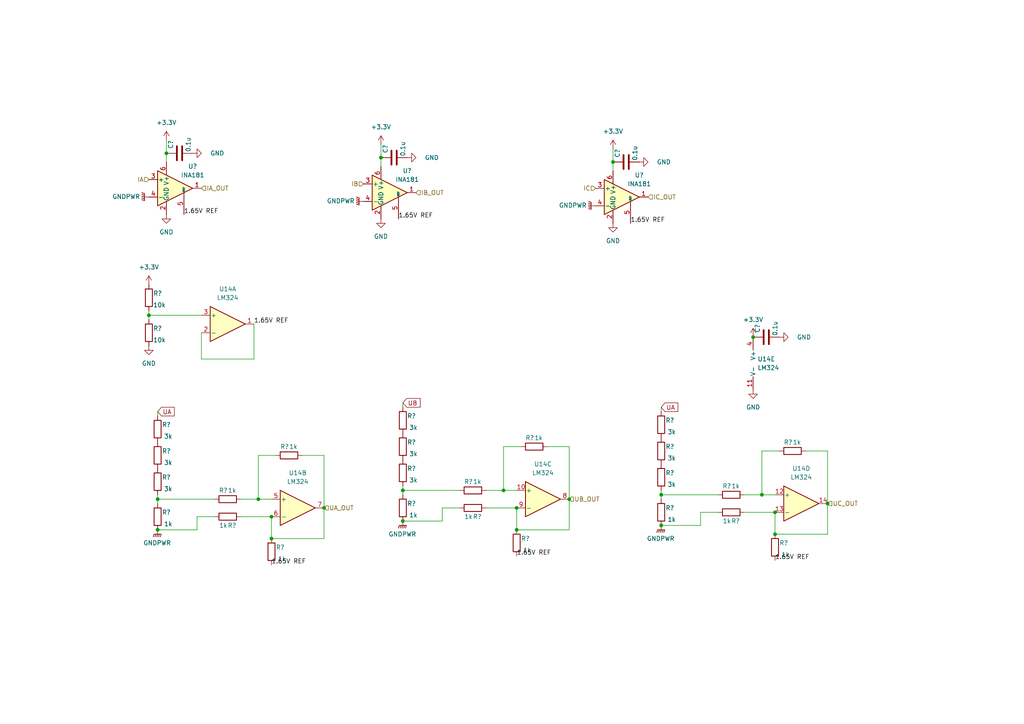
<source format=kicad_sch>
(kicad_sch (version 20230121) (generator eeschema)
  (paper "A4")
  (lib_symbols
    (symbol "Amplifier_Current:INA181" (pin_names (offset 0.127))
      (property "Reference" "U" (at 3.81 3.81 0))
      (property "Value" "INA181" (at 3.81 -2.54 0))
      (symbol "INA181_0_1"
        (polyline (pts (xy 5.08 0) (xy -5.08 5.08) (xy -5.08 -5.08) (xy 5.08 0)) (stroke (width 0.254)) (fill (type background)))
      )
      (symbol "INA181_1_1"
        (pin output line (at 7.62 0 180) (length 2.54) (name "~") (number "1"))
        (pin power_in line (at -2.54 -7.62 90) (length 3.81) (name "GND") (number "2"))
        (pin input line (at -7.62 2.54 0) (length 2.54) (name "+") (number "3"))
        (pin input line (at -7.62 -2.54 0) (length 2.54) (name "-") (number "4"))
        (pin input line (at 2.54 -7.62 90) (length 6.35) (name "REF") (number "5"))
        (pin power_in line (at -2.54 7.62 270) (length 3.81) (name "V+") (number "6"))
      )
    )
    (symbol "Amplifier_Operational:LM324" (pin_names (offset 0.127))
      (property "Reference" "U" (at 0 5.08 0))
      (property "Value" "LM324" (at 0 -5.08 0))
      (symbol "LM324_1_1"
        (polyline (pts (xy -5.08 5.08) (xy 5.08 0) (xy -5.08 -5.08) (xy -5.08 5.08)) (stroke (width 0.254)) (fill (type background)))
        (pin output line (at 7.62 0 180) (length 2.54) (name "~") (number "1"))
        (pin input line (at -7.62 -2.54 0) (length 2.54) (name "-") (number "2"))
        (pin input line (at -7.62 2.54 0) (length 2.54) (name "+") (number "3"))
      )
      (symbol "LM324_2_1"
        (polyline (pts (xy -5.08 5.08) (xy 5.08 0) (xy -5.08 -5.08) (xy -5.08 5.08)) (stroke (width 0.254)) (fill (type background)))
        (pin input line (at -7.62 2.54 0) (length 2.54) (name "+") (number "5"))
        (pin input line (at -7.62 -2.54 0) (length 2.54) (name "-") (number "6"))
        (pin output line (at 7.62 0 180) (length 2.54) (name "~") (number "7"))
      )
      (symbol "LM324_3_1"
        (polyline (pts (xy -5.08 5.08) (xy 5.08 0) (xy -5.08 -5.08) (xy -5.08 5.08)) (stroke (width 0.254)) (fill (type background)))
        (pin input line (at -7.62 2.54 0) (length 2.54) (name "+") (number "10"))
        (pin output line (at 7.62 0 180) (length 2.54) (name "~") (number "8"))
        (pin input line (at -7.62 -2.54 0) (length 2.54) (name "-") (number "9"))
      )
      (symbol "LM324_4_1"
        (polyline (pts (xy -5.08 5.08) (xy 5.08 0) (xy -5.08 -5.08) (xy -5.08 5.08)) (stroke (width 0.254)) (fill (type background)))
        (pin input line (at -7.62 2.54 0) (length 2.54) (name "+") (number "12"))
        (pin input line (at -7.62 -2.54 0) (length 2.54) (name "-") (number "13"))
        (pin output line (at 7.62 0 180) (length 2.54) (name "~") (number "14"))
      )
      (symbol "LM324_5_1"
        (pin power_in line (at -2.54 -7.62 90) (length 3.81) (name "V-") (number "11"))
        (pin power_in line (at -2.54 7.62 270) (length 3.81) (name "V+") (number "4"))
      )
    )
    (symbol "Device:C" (pin_numbers hide) (pin_names (offset 0.254))
      (property "Reference" "C" (at 0.635 2.54 0))
      (property "Value" "C" (at 0.635 -2.54 0))
      (symbol "C_0_1"
        (polyline (pts (xy -2.032 -0.762) (xy 2.032 -0.762)) (stroke (width 0.508)))
        (polyline (pts (xy -2.032 0.762) (xy 2.032 0.762)) (stroke (width 0.508)))
      )
      (symbol "C_1_1"
        (pin passive line (at 0 3.81 270) (length 2.794) (name "~") (number "1"))
        (pin passive line (at 0 -3.81 90) (length 2.794) (name "~") (number "2"))
      )
    )
    (symbol "Device:R" (pin_numbers hide) (pin_names (offset 0))
      (property "Reference" "R" (at 2.032 0 90))
      (property "Value" "R" (at 0 0 90))
      (symbol "R_0_1"
        (rectangle (start -1.016 -2.54) (end 1.016 2.54) (stroke (width 0.254)))
      )
      (symbol "R_1_1"
        (pin passive line (at 0 3.81 270) (length 1.27) (name "~") (number "1"))
        (pin passive line (at 0 -3.81 90) (length 1.27) (name "~") (number "2"))
      )
    )
    (symbol "power:+3.3V" (power) (pin_names (offset 0))
      (property "Value" "+3.3V" (at 0 3.556 0))
      (symbol "+3.3V_0_1"
        (polyline (pts (xy -0.762 1.27) (xy 0 2.54)))
        (polyline (pts (xy 0 0) (xy 0 2.54)))
        (polyline (pts (xy 0 2.54) (xy 0.762 1.27)))
      )
      (symbol "+3.3V_1_1"
        (pin power_in line (at 0 0 90) (length 0) hide (name "+3.3V") (number "1"))
      )
    )
    (symbol "power:GND" (power) (pin_names (offset 0))
      (property "Value" "GND" (at 0 -3.81 0))
      (symbol "GND_0_1"
        (polyline (pts (xy 0 0) (xy 0 -1.27) (xy 1.27 -1.27) (xy 0 -2.54) (xy -1.27 -1.27) (xy 0 -1.27)))
      )
      (symbol "GND_1_1"
        (pin power_in line (at 0 0 270) (length 0) hide (name "GND") (number "1"))
      )
    )
    (symbol "power:GNDPWR" (power) (pin_names (offset 0))
      (property "Value" "GNDPWR" (at 0 -3.302 0))
      (symbol "GNDPWR_0_1"
        (polyline (pts (xy 0 -1.27) (xy 0 0)))
        (polyline (pts (xy -1.016 -1.27) (xy -1.27 -2.032) (xy -1.27 -2.032)) (stroke (width 0.2032)))
        (polyline (pts (xy -0.508 -1.27) (xy -0.762 -2.032) (xy -0.762 -2.032)) (stroke (width 0.2032)))
        (polyline (pts (xy 0 -1.27) (xy -0.254 -2.032) (xy -0.254 -2.032)) (stroke (width 0.2032)))
        (polyline (pts (xy 0.508 -1.27) (xy 0.254 -2.032) (xy 0.254 -2.032)) (stroke (width 0.2032)))
        (polyline (pts (xy 1.016 -1.27) (xy -1.016 -1.27) (xy -1.016 -1.27)) (stroke (width 0.2032)))
        (polyline (pts (xy 1.016 -1.27) (xy 0.762 -2.032) (xy 0.762 -2.032) (xy 0.762 -2.032)) (stroke (width 0.2032)))
      )
      (symbol "GNDPWR_1_1"
        (pin power_in line (at 0 0 270) (length 0) hide (name "GNDPWR") (number "1"))
      )
    )
  )
  (junction (at 110.49 45.72))
  (junction (at 224.79 154.94))
  (junction (at 43.18 91.44))
  (junction (at 116.84 151.13))
  (junction (at 146.05 142.24))
  (junction (at 93.98 147.32))
  (junction (at 149.86 153.67))
  (junction (at 149.86 147.32))
  (junction (at 191.77 143.51))
  (junction (at 240.03 146.05))
  (junction (at 224.79 148.59))
  (junction (at 218.44 97.79))
  (junction (at 220.98 143.51))
  (junction (at 78.74 149.86))
  (junction (at 45.72 153.67))
  (junction (at 116.84 142.24))
  (junction (at 78.74 156.21))
  (junction (at 48.26 44.45))
  (junction (at 177.8 46.99))
  (junction (at 165.1 144.78))
  (junction (at 45.72 144.78))
  (junction (at 74.93 144.78))
  (junction (at 191.77 152.4))
  (wire (pts (xy 191.77 143.51) (xy 191.77 144.78)))
  (wire (pts (xy 133.35 147.32) (xy 128.27 147.32)))
  (wire (pts (xy 48.26 44.45) (xy 48.26 46.99)))
  (wire (pts (xy 73.66 104.14) (xy 73.66 93.98)))
  (wire (pts (xy 93.98 156.21) (xy 93.98 147.32)))
  (wire (pts (xy 110.49 41.91) (xy 110.49 45.72)))
  (wire (pts (xy 140.97 147.32) (xy 149.86 147.32)))
  (wire (pts (xy 45.72 144.78) (xy 45.72 146.05)))
  (wire (pts (xy 45.72 119.38) (xy 45.72 120.65)))
  (wire (pts (xy 233.68 130.81) (xy 240.03 130.81)))
  (wire (pts (xy 78.74 149.86) (xy 78.74 156.21)))
  (wire (pts (xy 208.28 148.59) (xy 203.2 148.59)))
  (wire (pts (xy 128.27 151.13) (xy 116.84 151.13)))
  (wire (pts (xy 158.75 129.54) (xy 165.1 129.54)))
  (wire (pts (xy 224.79 154.94) (xy 240.03 154.94)))
  (wire (pts (xy 240.03 130.81) (xy 240.03 146.05)))
  (wire (pts (xy 116.84 116.84) (xy 116.84 118.11)))
  (wire (pts (xy 215.9 148.59) (xy 224.79 148.59)))
  (wire (pts (xy 165.1 129.54) (xy 165.1 144.78)))
  (wire (pts (xy 116.84 142.24) (xy 116.84 143.51)))
  (wire (pts (xy 74.93 132.08) (xy 74.93 144.78)))
  (wire (pts (xy 43.18 91.44) (xy 43.18 92.71)))
  (wire (pts (xy 58.42 104.14) (xy 73.66 104.14)))
  (wire (pts (xy 191.77 118.11) (xy 191.77 119.38)))
  (wire (pts (xy 45.72 143.51) (xy 45.72 144.78)))
  (wire (pts (xy 220.98 130.81) (xy 220.98 143.51)))
  (wire (pts (xy 62.23 149.86) (xy 57.15 149.86)))
  (wire (pts (xy 149.86 147.32) (xy 149.86 153.67)))
  (wire (pts (xy 57.15 149.86) (xy 57.15 153.67)))
  (wire (pts (xy 203.2 152.4) (xy 191.77 152.4)))
  (wire (pts (xy 128.27 147.32) (xy 128.27 151.13)))
  (wire (pts (xy 151.13 129.54) (xy 146.05 129.54)))
  (wire (pts (xy 48.26 40.64) (xy 48.26 44.45)))
  (wire (pts (xy 165.1 144.78) (xy 165.1 153.67)))
  (wire (pts (xy 43.18 91.44) (xy 58.42 91.44)))
  (wire (pts (xy 45.72 144.78) (xy 62.23 144.78)))
  (wire (pts (xy 149.86 153.67) (xy 165.1 153.67)))
  (wire (pts (xy 191.77 142.24) (xy 191.77 143.51)))
  (wire (pts (xy 240.03 146.05) (xy 240.03 154.94)))
  (wire (pts (xy 116.84 140.97) (xy 116.84 142.24)))
  (wire (pts (xy 177.8 43.18) (xy 177.8 46.99)))
  (wire (pts (xy 203.2 148.59) (xy 203.2 152.4)))
  (wire (pts (xy 224.79 148.59) (xy 224.79 154.94)))
  (wire (pts (xy 69.85 149.86) (xy 78.74 149.86)))
  (wire (pts (xy 80.01 132.08) (xy 74.93 132.08)))
  (wire (pts (xy 140.97 142.24) (xy 146.05 142.24)))
  (wire (pts (xy 146.05 129.54) (xy 146.05 142.24)))
  (wire (pts (xy 87.63 132.08) (xy 93.98 132.08)))
  (wire (pts (xy 191.77 143.51) (xy 208.28 143.51)))
  (wire (pts (xy 78.74 156.21) (xy 93.98 156.21)))
  (wire (pts (xy 57.15 153.67) (xy 45.72 153.67)))
  (wire (pts (xy 177.8 46.99) (xy 177.8 49.53)))
  (wire (pts (xy 93.98 132.08) (xy 93.98 147.32)))
  (wire (pts (xy 74.93 144.78) (xy 78.74 144.78)))
  (wire (pts (xy 215.9 143.51) (xy 220.98 143.51)))
  (wire (pts (xy 226.06 130.81) (xy 220.98 130.81)))
  (wire (pts (xy 58.42 96.52) (xy 58.42 104.14)))
  (wire (pts (xy 116.84 142.24) (xy 133.35 142.24)))
  (wire (pts (xy 69.85 144.78) (xy 74.93 144.78)))
  (wire (pts (xy 220.98 143.51) (xy 224.79 143.51)))
  (wire (pts (xy 110.49 45.72) (xy 110.49 48.26)))
  (wire (pts (xy 146.05 142.24) (xy 149.86 142.24)))
  (wire (pts (xy 43.18 90.17) (xy 43.18 91.44)))
  (label "1.65V REF" (at 53.34 62.23 0))
  (label "1.65V REF" (at 224.79 162.56 0))
  (label "1.65V REF" (at 73.66 93.98 0))
  (label "1.65V REF" (at 78.74 163.83 0))
  (label "1.65V REF" (at 149.86 161.29 0))
  (label "1.65V REF" (at 115.57 63.5 0))
  (label "1.65V REF" (at 182.88 64.77 0))
  (global_label "UB" (shape input) (at 116.84 116.84 0) (property "Intersheetrefs" "${INTERSHEET_REFS}" (effects hide)))
  (global_label "UA" (shape input) (at 45.72 119.38 0) (property "Intersheetrefs" "${INTERSHEET_REFS}" (effects hide)))
  (global_label "UA" (shape input) (at 191.77 118.11 0) (property "Intersheetrefs" "${INTERSHEET_REFS}" (effects hide)))
  (hierarchical_label "UA_OUT" (shape input) (at 93.98 147.32 0))
  (hierarchical_label "UC_OUT" (shape input) (at 240.03 146.05 0))
  (hierarchical_label "IB" (shape input) (at 105.41 53.34 180))
  (hierarchical_label "IA_OUT" (shape input) (at 58.42 54.61 0))
  (hierarchical_label "IB_OUT" (shape input) (at 120.65 55.88 0))
  (hierarchical_label "UB_OUT" (shape input) (at 165.1 144.78 0))
  (hierarchical_label "IC_OUT" (shape input) (at 187.96 57.15 0))
  (hierarchical_label "IA" (shape input) (at 43.18 52.07 180))
  (hierarchical_label "IC" (shape input) (at 172.72 54.61 180))
  (symbol (lib_id "Device:R") (at 191.77 130.81 0) (unit 1)
    (property "Reference" "R?" (at 194.31 129.54 0))
    (property "Value" "3k" (at 194.8306 132.9092 0))
    (property "Footprint" "Resistor_SMD:R_0603_1608Metric" (effects hide))
    (instances (project "Inverter" (path "" (reference "R?") (unit 1)) (path "" (reference "R29") (unit 1))))
  )
  (symbol (lib_id "Device:R") (at 83.82 132.08 90) (unit 1)
    (property "Reference" "R?" (at 82.55 129.54 90))
    (property "Value" "1k" (at 85.09 129.54 90))
    (property "Footprint" "Resistor_SMD:R_0603_1608Metric" (effects hide))
    (instances (project "Inverter" (path "" (reference "R?") (unit 1)) (path "" (reference "R32") (unit 1))))
  )
  (symbol (lib_id "Amplifier_Operational:LM324") (at 66.04 93.98 0) (unit 1)
    (property "Reference" "U14" (at 66.04 83.82 0))
    (property "Value" "LM324" (at 66.04 86.36 0))
    (property "Footprint" "Package_SO:SOIC-14_3.9x8.7mm_P1.27mm" (effects hide))
    (property "Datasheet" "http://www.ti.com/lit/ds/symlink/lm2902-n.pdf" (effects hide))
  )
  (symbol (lib_id "power:GND") (at 43.18 100.33 0) (unit 1)
    (property "Reference" "#PWR037" (effects hide))
    (property "Value" "GND" (at 43.18 105.41 0))
    (instances (project "Inverter" (path "" (reference "#PWR037") (unit 1)) (path "" (reference "#PWR056") (unit 1))))
  )
  (symbol (lib_id "Amplifier_Operational:LM324") (at 157.48 144.78 0) (unit 3)
    (property "Reference" "U14" (at 157.48 134.62 0))
    (property "Value" "LM324" (at 157.48 137.16 0))
    (property "Footprint" "Package_SO:SOIC-14_3.9x8.7mm_P1.27mm" (effects hide))
    (property "Datasheet" "http://www.ti.com/lit/ds/symlink/lm2902-n.pdf" (effects hide))
  )
  (symbol (lib_id "Device:R") (at 229.87 130.81 90) (unit 1)
    (property "Reference" "R?" (at 228.6 128.27 90))
    (property "Value" "1k" (at 231.14 128.27 90))
    (property "Footprint" "Resistor_SMD:R_0603_1608Metric" (effects hide))
    (instances (project "Inverter" (path "" (reference "R?") (unit 1)) (path "" (reference "R30") (unit 1))))
  )
  (symbol (lib_id "power:GNDPWR") (at 172.72 59.69 270) (unit 1)
    (property "Reference" "#PWR044" (effects hide))
    (property "Value" "GNDPWR" (at 170.18 59.563 90) (effects (justify right)))
    (instances (project "Inverter" (path "" (reference "#PWR044") (unit 1)) (path "" (reference "#PWR049") (unit 1))))
  )
  (symbol (lib_id "Device:R") (at 212.09 143.51 90) (unit 1)
    (property "Reference" "R?" (at 210.82 140.97 90))
    (property "Value" "1k" (at 213.36 140.97 90))
    (property "Footprint" "Resistor_SMD:R_0603_1608Metric" (effects hide))
    (instances (project "Inverter" (path "" (reference "R?") (unit 1)) (path "" (reference "R37") (unit 1))))
  )
  (symbol (lib_id "Device:R") (at 212.09 148.59 270) (unit 1)
    (property "Reference" "R?" (at 213.36 151.13 90))
    (property "Value" "1k" (at 210.82 151.13 90))
    (property "Footprint" "Resistor_SMD:R_0603_1608Metric" (effects hide))
    (instances (project "Inverter" (path "" (reference "R?") (unit 1)) (path "" (reference "R42") (unit 1))))
  )
  (symbol (lib_id "power:GND") (at 226.06 97.79 90) (unit 1)
    (property "Reference" "#PWR043" (effects hide))
    (property "Value" "GND" (at 231.14 97.79 90) (effects (justify right)))
    (instances (project "Inverter" (path "" (reference "#PWR043") (unit 1)) (path "" (reference "#PWR055") (unit 1))))
  )
  (symbol (lib_id "Device:R") (at 137.16 142.24 90) (unit 1)
    (property "Reference" "R?" (at 135.89 139.7 90))
    (property "Value" "1k" (at 138.43 139.7 90))
    (property "Footprint" "Resistor_SMD:R_0603_1608Metric" (effects hide))
    (instances (project "Inverter" (path "" (reference "R?") (unit 1)) (path "" (reference "R36") (unit 1))))
  )
  (symbol (lib_id "Device:R") (at 116.84 137.16 0) (unit 1)
    (property "Reference" "R?" (at 119.38 135.89 0))
    (property "Value" "3k" (at 119.9006 139.2592 0))
    (property "Footprint" "Resistor_SMD:R_0603_1608Metric" (effects hide))
    (instances (project "Inverter" (path "" (reference "R?") (unit 1)) (path "" (reference "R33") (unit 1))))
  )
  (symbol (lib_id "Device:R") (at 43.18 96.52 0) (unit 1)
    (property "Reference" "R?" (at 45.72 95.25 0))
    (property "Value" "10k" (at 46.2406 98.6192 0))
    (property "Footprint" "Resistor_SMD:R_0603_1608Metric" (effects hide))
    (instances (project "Inverter" (path "" (reference "R?") (unit 1)) (path "" (reference "R23") (unit 1))))
  )
  (symbol (lib_id "power:GNDPWR") (at 45.72 153.67 0) (unit 1)
    (property "Reference" "#PWR044" (effects hide))
    (property "Value" "GNDPWR" (at 45.593 157.48 0))
    (instances (project "Inverter" (path "" (reference "#PWR044") (unit 1)) (path "" (reference "#PWR060") (unit 1))))
  )
  (symbol (lib_id "Device:C") (at 52.07 44.45 270) (unit 1)
    (property "Reference" "C?" (at 49.53 41.91 0))
    (property "Value" "0.1u" (at 54.61 41.91 0))
    (property "Footprint" "Capacitor_SMD:C_0603_1608Metric" (effects hide))
    (instances (project "Inverter" (path "" (reference "C?") (unit 1)) (path "" (reference "C32") (unit 1))))
  )
  (symbol (lib_id "Amplifier_Current:INA181") (at 50.8 54.61 0) (unit 1)
    (property "Reference" "U?" (at 55.88 48.26 0))
    (property "Value" "INA181" (at 55.88 50.8 0))
    (property "Footprint" "Package_TO_SOT_SMD:SOT-23-6" (effects hide))
    (property "Datasheet" "http://www.ti.com/lit/ds/symlink/ina181.pdf" (effects hide))
    (instances (project "Inverter" (path "" (reference "U?") (unit 1)) (path "" (reference "U11") (unit 1))))
  )
  (symbol (lib_id "power:GNDPWR") (at 105.41 58.42 270) (unit 1)
    (property "Reference" "#PWR040" (effects hide))
    (property "Value" "GNDPWR" (at 102.87 58.293 90) (effects (justify right)))
    (instances (project "Inverter" (path "" (reference "#PWR040") (unit 1)) (path "" (reference "#PWR048") (unit 1))))
  )
  (symbol (lib_id "Device:C") (at 114.3 45.72 270) (unit 1)
    (property "Reference" "C?" (at 111.76 43.18 0))
    (property "Value" "0.1u" (at 116.84 43.18 0))
    (property "Footprint" "Capacitor_SMD:C_0603_1608Metric" (effects hide))
    (instances (project "Inverter" (path "" (reference "C?") (unit 1)) (path "" (reference "C33") (unit 1))))
  )
  (symbol (lib_id "power:GND") (at 218.44 113.03 0) (unit 1)
    (property "Reference" "#PWR045" (effects hide))
    (property "Value" "GND" (at 218.44 118.11 0))
    (instances (project "Inverter" (path "" (reference "#PWR045") (unit 1)) (path "" (reference "#PWR057") (unit 1))))
  )
  (symbol (lib_id "power:+3.3V") (at 218.44 97.79 0) (unit 1)
    (property "Reference" "#PWR042" (effects hide))
    (property "Value" "+3.3V" (at 218.44 92.71 0))
    (instances (project "Inverter" (path "" (reference "#PWR042") (unit 1)) (path "" (reference "#PWR054") (unit 1))))
  )
  (symbol (lib_id "Amplifier_Current:INA181") (at 113.03 55.88 0) (unit 1)
    (property "Reference" "U?" (at 118.11 49.53 0))
    (property "Value" "INA181" (at 118.11 52.07 0))
    (property "Footprint" "Package_TO_SOT_SMD:SOT-23-6" (effects hide))
    (property "Datasheet" "http://www.ti.com/lit/ds/symlink/ina181.pdf" (effects hide))
    (instances (project "Inverter" (path "" (reference "U?") (unit 1)) (path "" (reference "U12") (unit 1))))
  )
  (symbol (lib_id "power:+3.3V") (at 43.18 82.55 0) (unit 1)
    (property "Reference" "#PWR036" (effects hide))
    (property "Value" "+3.3V" (at 43.18 77.47 0))
    (instances (project "Inverter" (path "" (reference "#PWR036") (unit 1)) (path "" (reference "#PWR053") (unit 1))))
  )
  (symbol (lib_id "power:+3.3V") (at 177.8 43.18 0) (unit 1)
    (property "Reference" "#PWR042" (effects hide))
    (property "Value" "+3.3V" (at 177.8 38.1 0))
    (instances (project "Inverter" (path "" (reference "#PWR042") (unit 1)) (path "" (reference "#PWR043") (unit 1))))
  )
  (symbol (lib_id "Device:R") (at 116.84 121.92 0) (unit 1)
    (property "Reference" "R?" (at 119.38 120.65 0))
    (property "Value" "3k" (at 119.9006 124.0192 0))
    (property "Footprint" "Resistor_SMD:R_0603_1608Metric" (effects hide))
    (instances (project "Inverter" (path "" (reference "R?") (unit 1)) (path "" (reference "R24") (unit 1))))
  )
  (symbol (lib_id "Device:R") (at 191.77 123.19 0) (unit 1)
    (property "Reference" "R?" (at 194.31 121.92 0))
    (property "Value" "3k" (at 194.8306 125.2892 0))
    (property "Footprint" "Resistor_SMD:R_0603_1608Metric" (effects hide))
    (instances (project "Inverter" (path "" (reference "R?") (unit 1)) (path "" (reference "R25") (unit 1))))
  )
  (symbol (lib_id "Amplifier_Operational:LM324") (at 232.41 146.05 0) (unit 4)
    (property "Reference" "U14" (at 232.41 135.89 0))
    (property "Value" "LM324" (at 232.41 138.43 0))
    (property "Footprint" "Package_SO:SOIC-14_3.9x8.7mm_P1.27mm" (effects hide))
    (property "Datasheet" "http://www.ti.com/lit/ds/symlink/lm2902-n.pdf" (effects hide))
  )
  (symbol (lib_id "power:GND") (at 48.26 62.23 0) (unit 1)
    (property "Reference" "#PWR035" (effects hide))
    (property "Value" "GND" (at 48.26 67.31 0))
    (instances (project "Inverter" (path "" (reference "#PWR035") (unit 1)) (path "" (reference "#PWR050") (unit 1))))
  )
  (symbol (lib_id "Device:R") (at 45.72 124.46 0) (unit 1)
    (property "Reference" "R?" (at 48.26 123.19 0))
    (property "Value" "3k" (at 48.7806 126.5592 0))
    (property "Footprint" "Resistor_SMD:R_0603_1608Metric" (effects hide))
    (instances (project "Inverter" (path "" (reference "R?") (unit 1)) (path "" (reference "R26") (unit 1))))
  )
  (symbol (lib_id "power:GNDPWR") (at 116.84 151.13 0) (unit 1)
    (property "Reference" "#PWR044" (effects hide))
    (property "Value" "GNDPWR" (at 116.713 154.94 0))
    (instances (project "Inverter" (path "" (reference "#PWR044") (unit 1)) (path "" (reference "#PWR058") (unit 1))))
  )
  (symbol (lib_id "Device:R") (at 78.74 160.02 0) (unit 1)
    (property "Reference" "R?" (at 81.28 158.75 0))
    (property "Value" "1k" (at 81.8006 162.1192 0))
    (property "Footprint" "Resistor_SMD:R_0603_1608Metric" (effects hide))
    (instances (project "Inverter" (path "" (reference "R?") (unit 1)) (path "" (reference "R47") (unit 1))))
  )
  (symbol (lib_id "power:GND") (at 55.88 44.45 90) (unit 1)
    (property "Reference" "#PWR033" (effects hide))
    (property "Value" "GND" (at 60.96 44.45 90) (effects (justify right)))
    (instances (project "Inverter" (path "" (reference "#PWR033") (unit 1)) (path "" (reference "#PWR044") (unit 1))))
  )
  (symbol (lib_id "Device:R") (at 66.04 149.86 270) (unit 1)
    (property "Reference" "R?" (at 67.31 152.4 90))
    (property "Value" "1k" (at 64.77 152.4 90))
    (property "Footprint" "Resistor_SMD:R_0603_1608Metric" (effects hide))
    (instances (project "Inverter" (path "" (reference "R?") (unit 1)) (path "" (reference "R44") (unit 1))))
  )
  (symbol (lib_id "power:GND") (at 110.49 63.5 0) (unit 1)
    (property "Reference" "#PWR041" (effects hide))
    (property "Value" "GND" (at 110.49 68.58 0))
    (instances (project "Inverter" (path "" (reference "#PWR041") (unit 1)) (path "" (reference "#PWR051") (unit 1))))
  )
  (symbol (lib_id "power:GND") (at 177.8 64.77 0) (unit 1)
    (property "Reference" "#PWR045" (effects hide))
    (property "Value" "GND" (at 177.8 69.85 0))
    (instances (project "Inverter" (path "" (reference "#PWR045") (unit 1)) (path "" (reference "#PWR052") (unit 1))))
  )
  (symbol (lib_id "Device:R") (at 137.16 147.32 270) (unit 1)
    (property "Reference" "R?" (at 138.43 149.86 90))
    (property "Value" "1k" (at 135.89 149.86 90))
    (property "Footprint" "Resistor_SMD:R_0603_1608Metric" (effects hide))
    (instances (project "Inverter" (path "" (reference "R?") (unit 1)) (path "" (reference "R40") (unit 1))))
  )
  (symbol (lib_id "Amplifier_Operational:LM324") (at 86.36 147.32 0) (unit 2)
    (property "Reference" "U14" (at 86.36 137.16 0))
    (property "Value" "LM324" (at 86.36 139.7 0))
    (property "Footprint" "Package_SO:SOIC-14_3.9x8.7mm_P1.27mm" (effects hide))
    (property "Datasheet" "http://www.ti.com/lit/ds/symlink/lm2902-n.pdf" (effects hide))
  )
  (symbol (lib_id "Device:R") (at 154.94 129.54 90) (unit 1)
    (property "Reference" "R?" (at 153.67 127 90))
    (property "Value" "1k" (at 156.21 127 90))
    (property "Footprint" "Resistor_SMD:R_0603_1608Metric" (effects hide))
    (instances (project "Inverter" (path "" (reference "R?") (unit 1)) (path "" (reference "R28") (unit 1))))
  )
  (symbol (lib_id "power:GND") (at 185.42 46.99 90) (unit 1)
    (property "Reference" "#PWR043" (effects hide))
    (property "Value" "GND" (at 190.5 46.99 90) (effects (justify right)))
    (instances (project "Inverter" (path "" (reference "#PWR043") (unit 1)) (path "" (reference "#PWR046") (unit 1))))
  )
  (symbol (lib_id "Device:R") (at 224.79 158.75 0) (unit 1)
    (property "Reference" "R?" (at 227.33 157.48 0))
    (property "Value" "1k" (at 227.8506 160.8492 0))
    (property "Footprint" "Resistor_SMD:R_0603_1608Metric" (effects hide))
    (instances (project "Inverter" (path "" (reference "R?") (unit 1)) (path "" (reference "R46") (unit 1))))
  )
  (symbol (lib_id "Device:R") (at 45.72 132.08 0) (unit 1)
    (property "Reference" "R?" (at 48.26 130.81 0))
    (property "Value" "3k" (at 48.7806 134.1792 0))
    (property "Footprint" "Resistor_SMD:R_0603_1608Metric" (effects hide))
    (instances (project "Inverter" (path "" (reference "R?") (unit 1)) (path "" (reference "R31") (unit 1))))
  )
  (symbol (lib_id "power:+3.3V") (at 110.49 41.91 0) (unit 1)
    (property "Reference" "#PWR038" (effects hide))
    (property "Value" "+3.3V" (at 110.49 36.83 0))
    (instances (project "Inverter" (path "" (reference "#PWR038") (unit 1)) (path "" (reference "#PWR042") (unit 1))))
  )
  (symbol (lib_id "Device:R") (at 66.04 144.78 90) (unit 1)
    (property "Reference" "R?" (at 64.77 142.24 90))
    (property "Value" "1k" (at 67.31 142.24 90))
    (property "Footprint" "Resistor_SMD:R_0603_1608Metric" (effects hide))
    (instances (project "Inverter" (path "" (reference "R?") (unit 1)) (path "" (reference "R38") (unit 1))))
  )
  (symbol (lib_id "Amplifier_Current:INA181") (at 180.34 57.15 0) (unit 1)
    (property "Reference" "U?" (at 185.42 50.8 0))
    (property "Value" "INA181" (at 185.42 53.34 0))
    (property "Footprint" "Package_TO_SOT_SMD:SOT-23-6" (effects hide))
    (property "Datasheet" "http://www.ti.com/lit/ds/symlink/ina181.pdf" (effects hide))
    (instances (project "Inverter" (path "" (reference "U?") (unit 1)) (path "" (reference "U13") (unit 1))))
  )
  (symbol (lib_id "Device:R") (at 116.84 147.32 0) (unit 1)
    (property "Reference" "R?" (at 119.38 146.05 0))
    (property "Value" "1k" (at 119.9006 149.4192 0))
    (property "Footprint" "Resistor_SMD:R_0603_1608Metric" (effects hide))
    (instances (project "Inverter" (path "" (reference "R?") (unit 1)) (path "" (reference "R39") (unit 1))))
  )
  (symbol (lib_id "power:GND") (at 118.11 45.72 90) (unit 1)
    (property "Reference" "#PWR039" (effects hide))
    (property "Value" "GND" (at 123.19 45.72 90) (effects (justify right)))
    (instances (project "Inverter" (path "" (reference "#PWR039") (unit 1)) (path "" (reference "#PWR045") (unit 1))))
  )
  (symbol (lib_id "power:GNDPWR") (at 43.18 57.15 270) (unit 1)
    (property "Reference" "#PWR034" (effects hide))
    (property "Value" "GNDPWR" (at 40.64 57.023 90) (effects (justify right)))
    (instances (project "Inverter" (path "" (reference "#PWR034") (unit 1)) (path "" (reference "#PWR047") (unit 1))))
  )
  (symbol (lib_id "power:GNDPWR") (at 191.77 152.4 0) (unit 1)
    (property "Reference" "#PWR044" (effects hide))
    (property "Value" "GNDPWR" (at 191.643 156.21 0))
    (instances (project "Inverter" (path "" (reference "#PWR044") (unit 1)) (path "" (reference "#PWR059") (unit 1))))
  )
  (symbol (lib_id "Device:R") (at 45.72 149.86 0) (unit 1)
    (property "Reference" "R?" (at 48.26 148.59 0))
    (property "Value" "1k" (at 48.7806 151.9592 0))
    (property "Footprint" "Resistor_SMD:R_0603_1608Metric" (effects hide))
    (instances (project "Inverter" (path "" (reference "R?") (unit 1)) (path "" (reference "R43") (unit 1))))
  )
  (symbol (lib_id "Device:R") (at 116.84 129.54 0) (unit 1)
    (property "Reference" "R?" (at 119.38 128.27 0))
    (property "Value" "3k" (at 119.9006 131.6392 0))
    (property "Footprint" "Resistor_SMD:R_0603_1608Metric" (effects hide))
    (instances (project "Inverter" (path "" (reference "R?") (unit 1)) (path "" (reference "R27") (unit 1))))
  )
  (symbol (lib_id "Device:R") (at 45.72 139.7 0) (unit 1)
    (property "Reference" "R?" (at 48.26 138.43 0))
    (property "Value" "3k" (at 48.7806 141.7992 0))
    (property "Footprint" "Resistor_SMD:R_0603_1608Metric" (effects hide))
    (instances (project "Inverter" (path "" (reference "R?") (unit 1)) (path "" (reference "R35") (unit 1))))
  )
  (symbol (lib_id "Device:R") (at 149.86 157.48 0) (unit 1)
    (property "Reference" "R?" (at 152.4 156.21 0))
    (property "Value" "1k" (at 152.9206 159.5792 0))
    (property "Footprint" "Resistor_SMD:R_0603_1608Metric" (effects hide))
    (instances (project "Inverter" (path "" (reference "R?") (unit 1)) (path "" (reference "R45") (unit 1))))
  )
  (symbol (lib_id "Device:C") (at 181.61 46.99 270) (unit 1)
    (property "Reference" "C?" (at 179.07 44.45 0))
    (property "Value" "0.1u" (at 184.15 44.45 0))
    (property "Footprint" "Capacitor_SMD:C_0603_1608Metric" (effects hide))
    (instances (project "Inverter" (path "" (reference "C?") (unit 1)) (path "" (reference "C34") (unit 1))))
  )
  (symbol (lib_id "Device:R") (at 191.77 148.59 0) (unit 1)
    (property "Reference" "R?" (at 194.31 147.32 0))
    (property "Value" "1k" (at 194.8306 150.6892 0))
    (property "Footprint" "Resistor_SMD:R_0603_1608Metric" (effects hide))
    (instances (project "Inverter" (path "" (reference "R?") (unit 1)) (path "" (reference "R41") (unit 1))))
  )
  (symbol (lib_id "Device:C") (at 222.25 97.79 270) (unit 1)
    (property "Reference" "C?" (at 219.71 95.25 0))
    (property "Value" "0.1u" (at 224.79 95.25 0))
    (property "Footprint" "Capacitor_SMD:C_0603_1608Metric" (effects hide))
    (instances (project "Inverter" (path "" (reference "C?") (unit 1)) (path "" (reference "C35") (unit 1))))
  )
  (symbol (lib_id "Amplifier_Operational:LM324") (at 220.98 105.41 0) (unit 5)
    (property "Reference" "U14" (at 219.71 104.14 0) (effects (justify left)))
    (property "Value" "LM324" (at 219.71 106.68 0) (effects (justify left)))
    (property "Footprint" "Package_SO:SOIC-14_3.9x8.7mm_P1.27mm" (effects hide))
    (property "Datasheet" "http://www.ti.com/lit/ds/symlink/lm2902-n.pdf" (effects hide))
  )
  (symbol (lib_id "Device:R") (at 43.18 86.36 0) (unit 1)
    (property "Reference" "R?" (at 45.72 85.09 0))
    (property "Value" "10k" (at 46.2406 88.4592 0))
    (property "Footprint" "Resistor_SMD:R_0603_1608Metric" (effects hide))
    (instances (project "Inverter" (path "" (reference "R?") (unit 1)) (path "" (reference "R22") (unit 1))))
  )
  (symbol (lib_id "power:+3.3V") (at 48.26 40.64 0) (unit 1)
    (property "Reference" "#PWR032" (effects hide))
    (property "Value" "+3.3V" (at 48.26 35.56 0))
    (instances (project "Inverter" (path "" (reference "#PWR032") (unit 1)) (path "" (reference "#PWR041") (unit 1))))
  )
  (symbol (lib_id "Device:R") (at 191.77 138.43 0) (unit 1)
    (property "Reference" "R?" (at 194.31 137.16 0))
    (property "Value" "3k" (at 194.8306 140.5292 0))
    (property "Footprint" "Resistor_SMD:R_0603_1608Metric" (effects hide))
    (instances (project "Inverter" (path "" (reference "R?") (unit 1)) (path "" (reference "R34") (unit 1))))
  )
)
</source>
